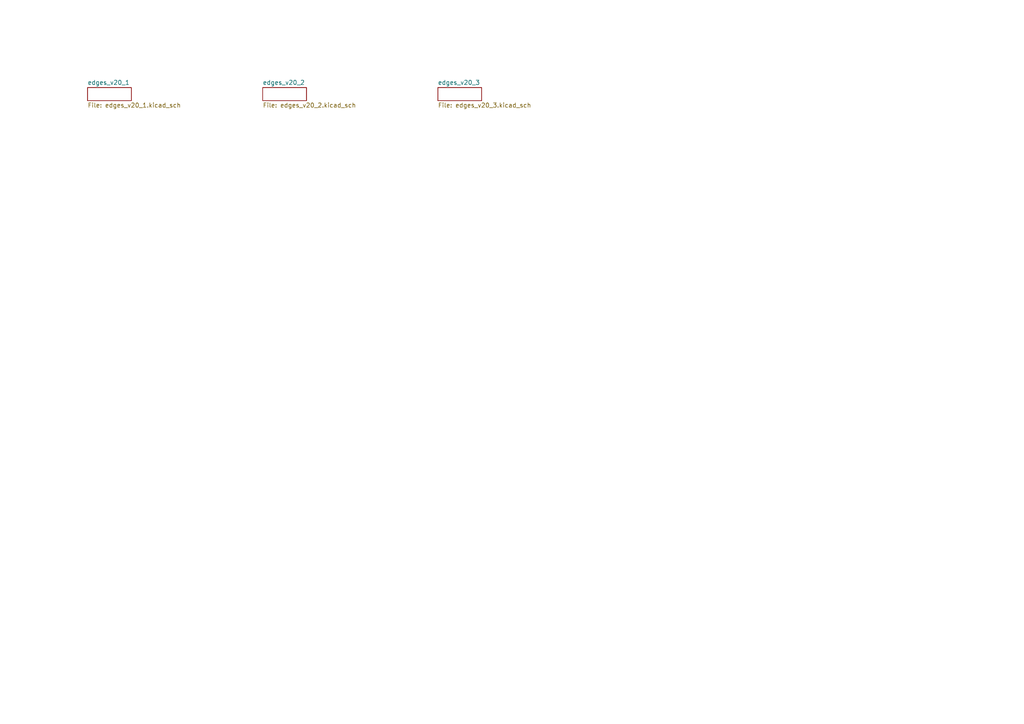
<source format=kicad_sch>
(kicad_sch (version 20211123) (generator eeschema)
  (paper "A4")
  (lib_symbols)
  (sheet (at 25.4 25.4) (size 12.7 3.81)
    (property "Sheet name" "edges_v20_1" (at 25.4 24.6884 0) (effects (justify left bottom)))
    (property "Sheet file" "edges_v20_1.kicad_sch" (at 25.4 29.7946 0) (effects (justify left top)))
  )
  (sheet (at 127 25.4) (size 12.7 3.81)
    (property "Sheet name" "edges_v20_3" (at 127 24.6884 0) (effects (justify left bottom)))
    (property "Sheet file" "edges_v20_3.kicad_sch" (at 127 29.7946 0) (effects (justify left top)))
  )
  (sheet (at 76.2 25.4) (size 12.7 3.81)
    (property "Sheet name" "edges_v20_2" (at 76.2 24.6884 0) (effects (justify left bottom)))
    (property "Sheet file" "edges_v20_2.kicad_sch" (at 76.2 29.7946 0) (effects (justify left top)))
  )
)
</source>
